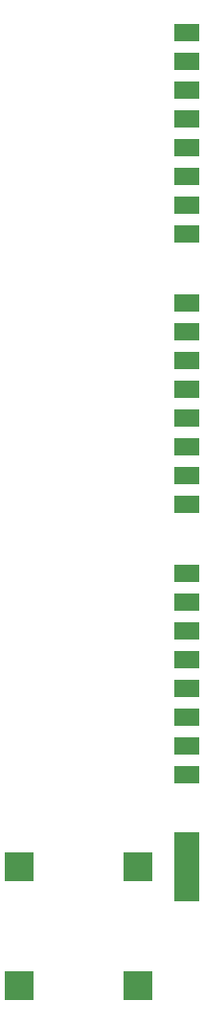
<source format=gtp>
%TF.GenerationSoftware,KiCad,Pcbnew,(7.0.0)*%
%TF.CreationDate,2023-05-15T22:46:06-04:00*%
%TF.ProjectId,clockPCB,636c6f63-6b50-4434-922e-6b696361645f,rev?*%
%TF.SameCoordinates,Original*%
%TF.FileFunction,Paste,Top*%
%TF.FilePolarity,Positive*%
%FSLAX46Y46*%
G04 Gerber Fmt 4.6, Leading zero omitted, Abs format (unit mm)*
G04 Created by KiCad (PCBNEW (7.0.0)) date 2023-05-15 22:46:06*
%MOMM*%
%LPD*%
G01*
G04 APERTURE LIST*
%ADD10R,2.286000X1.524000*%
%ADD11R,2.286000X6.096000*%
%ADD12R,2.500000X2.500000*%
G04 APERTURE END LIST*
D10*
%TO.C,*%
X148843999Y-96964499D03*
%TD*%
%TO.C,*%
X148843999Y-115760499D03*
%TD*%
%TO.C,*%
X148843999Y-73088499D03*
%TD*%
%TO.C,REF\u002A\u002A*%
X148843999Y-94424499D03*
%TD*%
D11*
%TO.C,REF\u002A\u002A*%
X148843999Y-141668499D03*
%TD*%
D10*
%TO.C,*%
X148843999Y-91884499D03*
%TD*%
%TO.C,*%
X148843999Y-68008499D03*
%TD*%
%TO.C,REF\u002A\u002A*%
X148843999Y-118300499D03*
%TD*%
%TO.C,REF\u002A\u002A*%
X148843999Y-80708499D03*
%TD*%
%TO.C,REF\u002A\u002A*%
X148843999Y-128460499D03*
%TD*%
%TO.C,*%
X148843999Y-120840499D03*
%TD*%
%TO.C,REF\u002A\u002A*%
X148843999Y-109664499D03*
%TD*%
%TO.C,REF\u002A\u002A*%
X148843999Y-99504499D03*
%TD*%
%TO.C,*%
X148843999Y-125920499D03*
%TD*%
%TO.C,*%
X148843999Y-85788499D03*
%TD*%
%TO.C,*%
X148843999Y-102044499D03*
%TD*%
%TO.C,REF\u002A\u002A*%
X148843999Y-104584499D03*
%TD*%
%TO.C,*%
X148843999Y-83248499D03*
%TD*%
%TO.C,*%
X148843999Y-75628499D03*
%TD*%
%TO.C,REF\u002A\u002A*%
X148843999Y-133540499D03*
%TD*%
%TO.C,*%
X148843999Y-131000499D03*
%TD*%
%TO.C,*%
X148843999Y-107124499D03*
%TD*%
%TO.C,*%
X148843999Y-78168499D03*
%TD*%
D12*
%TO.C,REF\u002A\u002A*%
X134025999Y-141668499D03*
X134025999Y-152168499D03*
X144525999Y-152168499D03*
X144525999Y-141668499D03*
%TD*%
D10*
%TO.C,REF\u002A\u002A*%
X148843999Y-70548499D03*
%TD*%
%TO.C,*%
X148843999Y-123380499D03*
%TD*%
M02*

</source>
